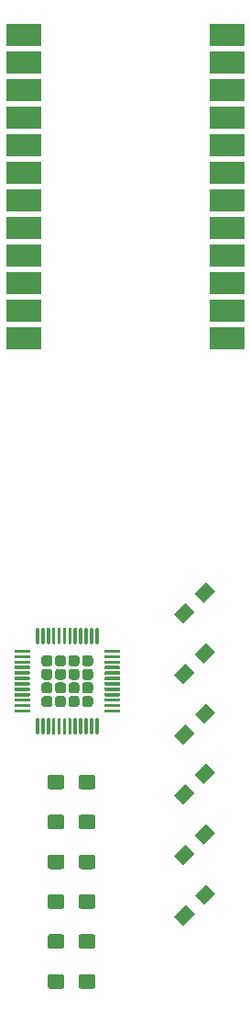
<source format=gbr>
G04 #@! TF.GenerationSoftware,KiCad,Pcbnew,(5.1.6)-1*
G04 #@! TF.CreationDate,2020-09-20T11:30:11-07:00*
G04 #@! TF.ProjectId,ortho_half,6f727468-6f5f-4686-916c-662e6b696361,rev?*
G04 #@! TF.SameCoordinates,Original*
G04 #@! TF.FileFunction,Paste,Top*
G04 #@! TF.FilePolarity,Positive*
%FSLAX46Y46*%
G04 Gerber Fmt 4.6, Leading zero omitted, Abs format (unit mm)*
G04 Created by KiCad (PCBNEW (5.1.6)-1) date 2020-09-20 11:30:11*
%MOMM*%
%LPD*%
G01*
G04 APERTURE LIST*
%ADD10R,3.250000X2.000000*%
%ADD11C,0.100000*%
G04 APERTURE END LIST*
D10*
X151485600Y-19685000D03*
X151485600Y-22225000D03*
X151485600Y-24765000D03*
X151485600Y-27305000D03*
X151485600Y-29845000D03*
X151485600Y-32385000D03*
X151485600Y-34925000D03*
X151485600Y-37465000D03*
X151485600Y-40005000D03*
X151485600Y-42545000D03*
X151485600Y-45085000D03*
X151485600Y-47625000D03*
X132689600Y-47625000D03*
X132689600Y-45085000D03*
X132689600Y-42545000D03*
X132689600Y-40005000D03*
X132689600Y-37465000D03*
X132689600Y-34925000D03*
X132689600Y-32385000D03*
X132689600Y-29845000D03*
X132689600Y-27305000D03*
X132689600Y-24765000D03*
X132689600Y-22225000D03*
X132689600Y-19685000D03*
G36*
G01*
X137771201Y-99909842D02*
X137771201Y-99059840D01*
G75*
G02*
X138021200Y-98809841I249999J0D01*
G01*
X139096202Y-98809841D01*
G75*
G02*
X139346201Y-99059840I0J-249999D01*
G01*
X139346201Y-99909842D01*
G75*
G02*
X139096202Y-100159841I-249999J0D01*
G01*
X138021200Y-100159841D01*
G75*
G02*
X137771201Y-99909842I0J249999D01*
G01*
G37*
G36*
G01*
X134896201Y-99909842D02*
X134896201Y-99059840D01*
G75*
G02*
X135146200Y-98809841I249999J0D01*
G01*
X136221202Y-98809841D01*
G75*
G02*
X136471201Y-99059840I0J-249999D01*
G01*
X136471201Y-99909842D01*
G75*
G02*
X136221202Y-100159841I-249999J0D01*
G01*
X135146200Y-100159841D01*
G75*
G02*
X134896201Y-99909842I0J249999D01*
G01*
G37*
G36*
G01*
X137771201Y-103582522D02*
X137771201Y-102732520D01*
G75*
G02*
X138021200Y-102482521I249999J0D01*
G01*
X139096202Y-102482521D01*
G75*
G02*
X139346201Y-102732520I0J-249999D01*
G01*
X139346201Y-103582522D01*
G75*
G02*
X139096202Y-103832521I-249999J0D01*
G01*
X138021200Y-103832521D01*
G75*
G02*
X137771201Y-103582522I0J249999D01*
G01*
G37*
G36*
G01*
X134896201Y-103582522D02*
X134896201Y-102732520D01*
G75*
G02*
X135146200Y-102482521I249999J0D01*
G01*
X136221202Y-102482521D01*
G75*
G02*
X136471201Y-102732520I0J-249999D01*
G01*
X136471201Y-103582522D01*
G75*
G02*
X136221202Y-103832521I-249999J0D01*
G01*
X135146200Y-103832521D01*
G75*
G02*
X134896201Y-103582522I0J249999D01*
G01*
G37*
G36*
G01*
X137771201Y-88891802D02*
X137771201Y-88041800D01*
G75*
G02*
X138021200Y-87791801I249999J0D01*
G01*
X139096202Y-87791801D01*
G75*
G02*
X139346201Y-88041800I0J-249999D01*
G01*
X139346201Y-88891802D01*
G75*
G02*
X139096202Y-89141801I-249999J0D01*
G01*
X138021200Y-89141801D01*
G75*
G02*
X137771201Y-88891802I0J249999D01*
G01*
G37*
G36*
G01*
X134896201Y-88891802D02*
X134896201Y-88041800D01*
G75*
G02*
X135146200Y-87791801I249999J0D01*
G01*
X136221202Y-87791801D01*
G75*
G02*
X136471201Y-88041800I0J-249999D01*
G01*
X136471201Y-88891802D01*
G75*
G02*
X136221202Y-89141801I-249999J0D01*
G01*
X135146200Y-89141801D01*
G75*
G02*
X134896201Y-88891802I0J249999D01*
G01*
G37*
G36*
G01*
X137771201Y-92564482D02*
X137771201Y-91714480D01*
G75*
G02*
X138021200Y-91464481I249999J0D01*
G01*
X139096202Y-91464481D01*
G75*
G02*
X139346201Y-91714480I0J-249999D01*
G01*
X139346201Y-92564482D01*
G75*
G02*
X139096202Y-92814481I-249999J0D01*
G01*
X138021200Y-92814481D01*
G75*
G02*
X137771201Y-92564482I0J249999D01*
G01*
G37*
G36*
G01*
X134896201Y-92564482D02*
X134896201Y-91714480D01*
G75*
G02*
X135146200Y-91464481I249999J0D01*
G01*
X136221202Y-91464481D01*
G75*
G02*
X136471201Y-91714480I0J-249999D01*
G01*
X136471201Y-92564482D01*
G75*
G02*
X136221202Y-92814481I-249999J0D01*
G01*
X135146200Y-92814481D01*
G75*
G02*
X134896201Y-92564482I0J249999D01*
G01*
G37*
G36*
G01*
X137771201Y-107255202D02*
X137771201Y-106405200D01*
G75*
G02*
X138021200Y-106155201I249999J0D01*
G01*
X139096202Y-106155201D01*
G75*
G02*
X139346201Y-106405200I0J-249999D01*
G01*
X139346201Y-107255202D01*
G75*
G02*
X139096202Y-107505201I-249999J0D01*
G01*
X138021200Y-107505201D01*
G75*
G02*
X137771201Y-107255202I0J249999D01*
G01*
G37*
G36*
G01*
X134896201Y-107255202D02*
X134896201Y-106405200D01*
G75*
G02*
X135146200Y-106155201I249999J0D01*
G01*
X136221202Y-106155201D01*
G75*
G02*
X136471201Y-106405200I0J-249999D01*
G01*
X136471201Y-107255202D01*
G75*
G02*
X136221202Y-107505201I-249999J0D01*
G01*
X135146200Y-107505201D01*
G75*
G02*
X134896201Y-107255202I0J249999D01*
G01*
G37*
G36*
G01*
X137771201Y-96237162D02*
X137771201Y-95387160D01*
G75*
G02*
X138021200Y-95137161I249999J0D01*
G01*
X139096202Y-95137161D01*
G75*
G02*
X139346201Y-95387160I0J-249999D01*
G01*
X139346201Y-96237162D01*
G75*
G02*
X139096202Y-96487161I-249999J0D01*
G01*
X138021200Y-96487161D01*
G75*
G02*
X137771201Y-96237162I0J249999D01*
G01*
G37*
G36*
G01*
X134896201Y-96237162D02*
X134896201Y-95387160D01*
G75*
G02*
X135146200Y-95137161I249999J0D01*
G01*
X136221202Y-95137161D01*
G75*
G02*
X136471201Y-95387160I0J-249999D01*
G01*
X136471201Y-96237162D01*
G75*
G02*
X136221202Y-96487161I-249999J0D01*
G01*
X135146200Y-96487161D01*
G75*
G02*
X134896201Y-96237162I0J249999D01*
G01*
G37*
D11*
G36*
X147463373Y-79445155D02*
G01*
X146614845Y-78596627D01*
X147675505Y-77535967D01*
X148524033Y-78384495D01*
X147463373Y-79445155D01*
G37*
G36*
X149372561Y-77535967D02*
G01*
X148524033Y-76687439D01*
X149584693Y-75626779D01*
X150433221Y-76475307D01*
X149372561Y-77535967D01*
G37*
G36*
X147478540Y-85017988D02*
G01*
X146630012Y-84169460D01*
X147690672Y-83108800D01*
X148539200Y-83957328D01*
X147478540Y-85017988D01*
G37*
G36*
X149387728Y-83108800D02*
G01*
X148539200Y-82260272D01*
X149599860Y-81199612D01*
X150448388Y-82048140D01*
X149387728Y-83108800D01*
G37*
G36*
X147478540Y-96143188D02*
G01*
X146630012Y-95294660D01*
X147690672Y-94234000D01*
X148539200Y-95082528D01*
X147478540Y-96143188D01*
G37*
G36*
X149387728Y-94234000D02*
G01*
X148539200Y-93385472D01*
X149599860Y-92324812D01*
X150448388Y-93173340D01*
X149387728Y-94234000D01*
G37*
G36*
X149599860Y-70049012D02*
G01*
X150448388Y-70897540D01*
X149387728Y-71958200D01*
X148539200Y-71109672D01*
X149599860Y-70049012D01*
G37*
G36*
X147690672Y-71958200D02*
G01*
X148539200Y-72806728D01*
X147478540Y-73867388D01*
X146630012Y-73018860D01*
X147690672Y-71958200D01*
G37*
G36*
X147478540Y-90555188D02*
G01*
X146630012Y-89706660D01*
X147690672Y-88646000D01*
X148539200Y-89494528D01*
X147478540Y-90555188D01*
G37*
G36*
X149387728Y-88646000D02*
G01*
X148539200Y-87797472D01*
X149599860Y-86736812D01*
X150448388Y-87585340D01*
X149387728Y-88646000D01*
G37*
G36*
X149584693Y-97877179D02*
G01*
X150433221Y-98725707D01*
X149372561Y-99786367D01*
X148524033Y-98937839D01*
X149584693Y-97877179D01*
G37*
G36*
X147675505Y-99786367D02*
G01*
X148524033Y-100634895D01*
X147463373Y-101695555D01*
X146614845Y-100847027D01*
X147675505Y-99786367D01*
G37*
G36*
G01*
X139403200Y-74271800D02*
X139553200Y-74271800D01*
G75*
G02*
X139628200Y-74346800I0J-75000D01*
G01*
X139628200Y-75671800D01*
G75*
G02*
X139553200Y-75746800I-75000J0D01*
G01*
X139403200Y-75746800D01*
G75*
G02*
X139328200Y-75671800I0J75000D01*
G01*
X139328200Y-74346800D01*
G75*
G02*
X139403200Y-74271800I75000J0D01*
G01*
G37*
G36*
G01*
X138903200Y-74271800D02*
X139053200Y-74271800D01*
G75*
G02*
X139128200Y-74346800I0J-75000D01*
G01*
X139128200Y-75671800D01*
G75*
G02*
X139053200Y-75746800I-75000J0D01*
G01*
X138903200Y-75746800D01*
G75*
G02*
X138828200Y-75671800I0J75000D01*
G01*
X138828200Y-74346800D01*
G75*
G02*
X138903200Y-74271800I75000J0D01*
G01*
G37*
G36*
G01*
X138403200Y-74271800D02*
X138553200Y-74271800D01*
G75*
G02*
X138628200Y-74346800I0J-75000D01*
G01*
X138628200Y-75671800D01*
G75*
G02*
X138553200Y-75746800I-75000J0D01*
G01*
X138403200Y-75746800D01*
G75*
G02*
X138328200Y-75671800I0J75000D01*
G01*
X138328200Y-74346800D01*
G75*
G02*
X138403200Y-74271800I75000J0D01*
G01*
G37*
G36*
G01*
X137903200Y-74271800D02*
X138053200Y-74271800D01*
G75*
G02*
X138128200Y-74346800I0J-75000D01*
G01*
X138128200Y-75671800D01*
G75*
G02*
X138053200Y-75746800I-75000J0D01*
G01*
X137903200Y-75746800D01*
G75*
G02*
X137828200Y-75671800I0J75000D01*
G01*
X137828200Y-74346800D01*
G75*
G02*
X137903200Y-74271800I75000J0D01*
G01*
G37*
G36*
G01*
X137403200Y-74271800D02*
X137553200Y-74271800D01*
G75*
G02*
X137628200Y-74346800I0J-75000D01*
G01*
X137628200Y-75671800D01*
G75*
G02*
X137553200Y-75746800I-75000J0D01*
G01*
X137403200Y-75746800D01*
G75*
G02*
X137328200Y-75671800I0J75000D01*
G01*
X137328200Y-74346800D01*
G75*
G02*
X137403200Y-74271800I75000J0D01*
G01*
G37*
G36*
G01*
X136903200Y-74271800D02*
X137053200Y-74271800D01*
G75*
G02*
X137128200Y-74346800I0J-75000D01*
G01*
X137128200Y-75671800D01*
G75*
G02*
X137053200Y-75746800I-75000J0D01*
G01*
X136903200Y-75746800D01*
G75*
G02*
X136828200Y-75671800I0J75000D01*
G01*
X136828200Y-74346800D01*
G75*
G02*
X136903200Y-74271800I75000J0D01*
G01*
G37*
G36*
G01*
X136403200Y-74271800D02*
X136553200Y-74271800D01*
G75*
G02*
X136628200Y-74346800I0J-75000D01*
G01*
X136628200Y-75671800D01*
G75*
G02*
X136553200Y-75746800I-75000J0D01*
G01*
X136403200Y-75746800D01*
G75*
G02*
X136328200Y-75671800I0J75000D01*
G01*
X136328200Y-74346800D01*
G75*
G02*
X136403200Y-74271800I75000J0D01*
G01*
G37*
G36*
G01*
X135903200Y-74271800D02*
X136053200Y-74271800D01*
G75*
G02*
X136128200Y-74346800I0J-75000D01*
G01*
X136128200Y-75671800D01*
G75*
G02*
X136053200Y-75746800I-75000J0D01*
G01*
X135903200Y-75746800D01*
G75*
G02*
X135828200Y-75671800I0J75000D01*
G01*
X135828200Y-74346800D01*
G75*
G02*
X135903200Y-74271800I75000J0D01*
G01*
G37*
G36*
G01*
X135403200Y-74271800D02*
X135553200Y-74271800D01*
G75*
G02*
X135628200Y-74346800I0J-75000D01*
G01*
X135628200Y-75671800D01*
G75*
G02*
X135553200Y-75746800I-75000J0D01*
G01*
X135403200Y-75746800D01*
G75*
G02*
X135328200Y-75671800I0J75000D01*
G01*
X135328200Y-74346800D01*
G75*
G02*
X135403200Y-74271800I75000J0D01*
G01*
G37*
G36*
G01*
X134903200Y-74271800D02*
X135053200Y-74271800D01*
G75*
G02*
X135128200Y-74346800I0J-75000D01*
G01*
X135128200Y-75671800D01*
G75*
G02*
X135053200Y-75746800I-75000J0D01*
G01*
X134903200Y-75746800D01*
G75*
G02*
X134828200Y-75671800I0J75000D01*
G01*
X134828200Y-74346800D01*
G75*
G02*
X134903200Y-74271800I75000J0D01*
G01*
G37*
G36*
G01*
X134403200Y-74271800D02*
X134553200Y-74271800D01*
G75*
G02*
X134628200Y-74346800I0J-75000D01*
G01*
X134628200Y-75671800D01*
G75*
G02*
X134553200Y-75746800I-75000J0D01*
G01*
X134403200Y-75746800D01*
G75*
G02*
X134328200Y-75671800I0J75000D01*
G01*
X134328200Y-74346800D01*
G75*
G02*
X134403200Y-74271800I75000J0D01*
G01*
G37*
G36*
G01*
X133903200Y-74271800D02*
X134053200Y-74271800D01*
G75*
G02*
X134128200Y-74346800I0J-75000D01*
G01*
X134128200Y-75671800D01*
G75*
G02*
X134053200Y-75746800I-75000J0D01*
G01*
X133903200Y-75746800D01*
G75*
G02*
X133828200Y-75671800I0J75000D01*
G01*
X133828200Y-74346800D01*
G75*
G02*
X133903200Y-74271800I75000J0D01*
G01*
G37*
G36*
G01*
X131903200Y-76271800D02*
X133228200Y-76271800D01*
G75*
G02*
X133303200Y-76346800I0J-75000D01*
G01*
X133303200Y-76496800D01*
G75*
G02*
X133228200Y-76571800I-75000J0D01*
G01*
X131903200Y-76571800D01*
G75*
G02*
X131828200Y-76496800I0J75000D01*
G01*
X131828200Y-76346800D01*
G75*
G02*
X131903200Y-76271800I75000J0D01*
G01*
G37*
G36*
G01*
X131903200Y-76771800D02*
X133228200Y-76771800D01*
G75*
G02*
X133303200Y-76846800I0J-75000D01*
G01*
X133303200Y-76996800D01*
G75*
G02*
X133228200Y-77071800I-75000J0D01*
G01*
X131903200Y-77071800D01*
G75*
G02*
X131828200Y-76996800I0J75000D01*
G01*
X131828200Y-76846800D01*
G75*
G02*
X131903200Y-76771800I75000J0D01*
G01*
G37*
G36*
G01*
X131903200Y-77271800D02*
X133228200Y-77271800D01*
G75*
G02*
X133303200Y-77346800I0J-75000D01*
G01*
X133303200Y-77496800D01*
G75*
G02*
X133228200Y-77571800I-75000J0D01*
G01*
X131903200Y-77571800D01*
G75*
G02*
X131828200Y-77496800I0J75000D01*
G01*
X131828200Y-77346800D01*
G75*
G02*
X131903200Y-77271800I75000J0D01*
G01*
G37*
G36*
G01*
X131903200Y-77771800D02*
X133228200Y-77771800D01*
G75*
G02*
X133303200Y-77846800I0J-75000D01*
G01*
X133303200Y-77996800D01*
G75*
G02*
X133228200Y-78071800I-75000J0D01*
G01*
X131903200Y-78071800D01*
G75*
G02*
X131828200Y-77996800I0J75000D01*
G01*
X131828200Y-77846800D01*
G75*
G02*
X131903200Y-77771800I75000J0D01*
G01*
G37*
G36*
G01*
X131903200Y-78271800D02*
X133228200Y-78271800D01*
G75*
G02*
X133303200Y-78346800I0J-75000D01*
G01*
X133303200Y-78496800D01*
G75*
G02*
X133228200Y-78571800I-75000J0D01*
G01*
X131903200Y-78571800D01*
G75*
G02*
X131828200Y-78496800I0J75000D01*
G01*
X131828200Y-78346800D01*
G75*
G02*
X131903200Y-78271800I75000J0D01*
G01*
G37*
G36*
G01*
X131903200Y-78771800D02*
X133228200Y-78771800D01*
G75*
G02*
X133303200Y-78846800I0J-75000D01*
G01*
X133303200Y-78996800D01*
G75*
G02*
X133228200Y-79071800I-75000J0D01*
G01*
X131903200Y-79071800D01*
G75*
G02*
X131828200Y-78996800I0J75000D01*
G01*
X131828200Y-78846800D01*
G75*
G02*
X131903200Y-78771800I75000J0D01*
G01*
G37*
G36*
G01*
X131903200Y-79271800D02*
X133228200Y-79271800D01*
G75*
G02*
X133303200Y-79346800I0J-75000D01*
G01*
X133303200Y-79496800D01*
G75*
G02*
X133228200Y-79571800I-75000J0D01*
G01*
X131903200Y-79571800D01*
G75*
G02*
X131828200Y-79496800I0J75000D01*
G01*
X131828200Y-79346800D01*
G75*
G02*
X131903200Y-79271800I75000J0D01*
G01*
G37*
G36*
G01*
X131903200Y-79771800D02*
X133228200Y-79771800D01*
G75*
G02*
X133303200Y-79846800I0J-75000D01*
G01*
X133303200Y-79996800D01*
G75*
G02*
X133228200Y-80071800I-75000J0D01*
G01*
X131903200Y-80071800D01*
G75*
G02*
X131828200Y-79996800I0J75000D01*
G01*
X131828200Y-79846800D01*
G75*
G02*
X131903200Y-79771800I75000J0D01*
G01*
G37*
G36*
G01*
X131903200Y-80271800D02*
X133228200Y-80271800D01*
G75*
G02*
X133303200Y-80346800I0J-75000D01*
G01*
X133303200Y-80496800D01*
G75*
G02*
X133228200Y-80571800I-75000J0D01*
G01*
X131903200Y-80571800D01*
G75*
G02*
X131828200Y-80496800I0J75000D01*
G01*
X131828200Y-80346800D01*
G75*
G02*
X131903200Y-80271800I75000J0D01*
G01*
G37*
G36*
G01*
X131903200Y-80771800D02*
X133228200Y-80771800D01*
G75*
G02*
X133303200Y-80846800I0J-75000D01*
G01*
X133303200Y-80996800D01*
G75*
G02*
X133228200Y-81071800I-75000J0D01*
G01*
X131903200Y-81071800D01*
G75*
G02*
X131828200Y-80996800I0J75000D01*
G01*
X131828200Y-80846800D01*
G75*
G02*
X131903200Y-80771800I75000J0D01*
G01*
G37*
G36*
G01*
X131903200Y-81271800D02*
X133228200Y-81271800D01*
G75*
G02*
X133303200Y-81346800I0J-75000D01*
G01*
X133303200Y-81496800D01*
G75*
G02*
X133228200Y-81571800I-75000J0D01*
G01*
X131903200Y-81571800D01*
G75*
G02*
X131828200Y-81496800I0J75000D01*
G01*
X131828200Y-81346800D01*
G75*
G02*
X131903200Y-81271800I75000J0D01*
G01*
G37*
G36*
G01*
X131903200Y-81771800D02*
X133228200Y-81771800D01*
G75*
G02*
X133303200Y-81846800I0J-75000D01*
G01*
X133303200Y-81996800D01*
G75*
G02*
X133228200Y-82071800I-75000J0D01*
G01*
X131903200Y-82071800D01*
G75*
G02*
X131828200Y-81996800I0J75000D01*
G01*
X131828200Y-81846800D01*
G75*
G02*
X131903200Y-81771800I75000J0D01*
G01*
G37*
G36*
G01*
X133903200Y-82596800D02*
X134053200Y-82596800D01*
G75*
G02*
X134128200Y-82671800I0J-75000D01*
G01*
X134128200Y-83996800D01*
G75*
G02*
X134053200Y-84071800I-75000J0D01*
G01*
X133903200Y-84071800D01*
G75*
G02*
X133828200Y-83996800I0J75000D01*
G01*
X133828200Y-82671800D01*
G75*
G02*
X133903200Y-82596800I75000J0D01*
G01*
G37*
G36*
G01*
X134403200Y-82596800D02*
X134553200Y-82596800D01*
G75*
G02*
X134628200Y-82671800I0J-75000D01*
G01*
X134628200Y-83996800D01*
G75*
G02*
X134553200Y-84071800I-75000J0D01*
G01*
X134403200Y-84071800D01*
G75*
G02*
X134328200Y-83996800I0J75000D01*
G01*
X134328200Y-82671800D01*
G75*
G02*
X134403200Y-82596800I75000J0D01*
G01*
G37*
G36*
G01*
X134903200Y-82596800D02*
X135053200Y-82596800D01*
G75*
G02*
X135128200Y-82671800I0J-75000D01*
G01*
X135128200Y-83996800D01*
G75*
G02*
X135053200Y-84071800I-75000J0D01*
G01*
X134903200Y-84071800D01*
G75*
G02*
X134828200Y-83996800I0J75000D01*
G01*
X134828200Y-82671800D01*
G75*
G02*
X134903200Y-82596800I75000J0D01*
G01*
G37*
G36*
G01*
X135403200Y-82596800D02*
X135553200Y-82596800D01*
G75*
G02*
X135628200Y-82671800I0J-75000D01*
G01*
X135628200Y-83996800D01*
G75*
G02*
X135553200Y-84071800I-75000J0D01*
G01*
X135403200Y-84071800D01*
G75*
G02*
X135328200Y-83996800I0J75000D01*
G01*
X135328200Y-82671800D01*
G75*
G02*
X135403200Y-82596800I75000J0D01*
G01*
G37*
G36*
G01*
X135903200Y-82596800D02*
X136053200Y-82596800D01*
G75*
G02*
X136128200Y-82671800I0J-75000D01*
G01*
X136128200Y-83996800D01*
G75*
G02*
X136053200Y-84071800I-75000J0D01*
G01*
X135903200Y-84071800D01*
G75*
G02*
X135828200Y-83996800I0J75000D01*
G01*
X135828200Y-82671800D01*
G75*
G02*
X135903200Y-82596800I75000J0D01*
G01*
G37*
G36*
G01*
X136403200Y-82596800D02*
X136553200Y-82596800D01*
G75*
G02*
X136628200Y-82671800I0J-75000D01*
G01*
X136628200Y-83996800D01*
G75*
G02*
X136553200Y-84071800I-75000J0D01*
G01*
X136403200Y-84071800D01*
G75*
G02*
X136328200Y-83996800I0J75000D01*
G01*
X136328200Y-82671800D01*
G75*
G02*
X136403200Y-82596800I75000J0D01*
G01*
G37*
G36*
G01*
X136903200Y-82596800D02*
X137053200Y-82596800D01*
G75*
G02*
X137128200Y-82671800I0J-75000D01*
G01*
X137128200Y-83996800D01*
G75*
G02*
X137053200Y-84071800I-75000J0D01*
G01*
X136903200Y-84071800D01*
G75*
G02*
X136828200Y-83996800I0J75000D01*
G01*
X136828200Y-82671800D01*
G75*
G02*
X136903200Y-82596800I75000J0D01*
G01*
G37*
G36*
G01*
X137403200Y-82596800D02*
X137553200Y-82596800D01*
G75*
G02*
X137628200Y-82671800I0J-75000D01*
G01*
X137628200Y-83996800D01*
G75*
G02*
X137553200Y-84071800I-75000J0D01*
G01*
X137403200Y-84071800D01*
G75*
G02*
X137328200Y-83996800I0J75000D01*
G01*
X137328200Y-82671800D01*
G75*
G02*
X137403200Y-82596800I75000J0D01*
G01*
G37*
G36*
G01*
X137903200Y-82596800D02*
X138053200Y-82596800D01*
G75*
G02*
X138128200Y-82671800I0J-75000D01*
G01*
X138128200Y-83996800D01*
G75*
G02*
X138053200Y-84071800I-75000J0D01*
G01*
X137903200Y-84071800D01*
G75*
G02*
X137828200Y-83996800I0J75000D01*
G01*
X137828200Y-82671800D01*
G75*
G02*
X137903200Y-82596800I75000J0D01*
G01*
G37*
G36*
G01*
X138403200Y-82596800D02*
X138553200Y-82596800D01*
G75*
G02*
X138628200Y-82671800I0J-75000D01*
G01*
X138628200Y-83996800D01*
G75*
G02*
X138553200Y-84071800I-75000J0D01*
G01*
X138403200Y-84071800D01*
G75*
G02*
X138328200Y-83996800I0J75000D01*
G01*
X138328200Y-82671800D01*
G75*
G02*
X138403200Y-82596800I75000J0D01*
G01*
G37*
G36*
G01*
X138903200Y-82596800D02*
X139053200Y-82596800D01*
G75*
G02*
X139128200Y-82671800I0J-75000D01*
G01*
X139128200Y-83996800D01*
G75*
G02*
X139053200Y-84071800I-75000J0D01*
G01*
X138903200Y-84071800D01*
G75*
G02*
X138828200Y-83996800I0J75000D01*
G01*
X138828200Y-82671800D01*
G75*
G02*
X138903200Y-82596800I75000J0D01*
G01*
G37*
G36*
G01*
X139403200Y-82596800D02*
X139553200Y-82596800D01*
G75*
G02*
X139628200Y-82671800I0J-75000D01*
G01*
X139628200Y-83996800D01*
G75*
G02*
X139553200Y-84071800I-75000J0D01*
G01*
X139403200Y-84071800D01*
G75*
G02*
X139328200Y-83996800I0J75000D01*
G01*
X139328200Y-82671800D01*
G75*
G02*
X139403200Y-82596800I75000J0D01*
G01*
G37*
G36*
G01*
X140228200Y-81771800D02*
X141553200Y-81771800D01*
G75*
G02*
X141628200Y-81846800I0J-75000D01*
G01*
X141628200Y-81996800D01*
G75*
G02*
X141553200Y-82071800I-75000J0D01*
G01*
X140228200Y-82071800D01*
G75*
G02*
X140153200Y-81996800I0J75000D01*
G01*
X140153200Y-81846800D01*
G75*
G02*
X140228200Y-81771800I75000J0D01*
G01*
G37*
G36*
G01*
X140228200Y-81271800D02*
X141553200Y-81271800D01*
G75*
G02*
X141628200Y-81346800I0J-75000D01*
G01*
X141628200Y-81496800D01*
G75*
G02*
X141553200Y-81571800I-75000J0D01*
G01*
X140228200Y-81571800D01*
G75*
G02*
X140153200Y-81496800I0J75000D01*
G01*
X140153200Y-81346800D01*
G75*
G02*
X140228200Y-81271800I75000J0D01*
G01*
G37*
G36*
G01*
X140228200Y-80771800D02*
X141553200Y-80771800D01*
G75*
G02*
X141628200Y-80846800I0J-75000D01*
G01*
X141628200Y-80996800D01*
G75*
G02*
X141553200Y-81071800I-75000J0D01*
G01*
X140228200Y-81071800D01*
G75*
G02*
X140153200Y-80996800I0J75000D01*
G01*
X140153200Y-80846800D01*
G75*
G02*
X140228200Y-80771800I75000J0D01*
G01*
G37*
G36*
G01*
X140228200Y-80271800D02*
X141553200Y-80271800D01*
G75*
G02*
X141628200Y-80346800I0J-75000D01*
G01*
X141628200Y-80496800D01*
G75*
G02*
X141553200Y-80571800I-75000J0D01*
G01*
X140228200Y-80571800D01*
G75*
G02*
X140153200Y-80496800I0J75000D01*
G01*
X140153200Y-80346800D01*
G75*
G02*
X140228200Y-80271800I75000J0D01*
G01*
G37*
G36*
G01*
X140228200Y-79771800D02*
X141553200Y-79771800D01*
G75*
G02*
X141628200Y-79846800I0J-75000D01*
G01*
X141628200Y-79996800D01*
G75*
G02*
X141553200Y-80071800I-75000J0D01*
G01*
X140228200Y-80071800D01*
G75*
G02*
X140153200Y-79996800I0J75000D01*
G01*
X140153200Y-79846800D01*
G75*
G02*
X140228200Y-79771800I75000J0D01*
G01*
G37*
G36*
G01*
X140228200Y-79271800D02*
X141553200Y-79271800D01*
G75*
G02*
X141628200Y-79346800I0J-75000D01*
G01*
X141628200Y-79496800D01*
G75*
G02*
X141553200Y-79571800I-75000J0D01*
G01*
X140228200Y-79571800D01*
G75*
G02*
X140153200Y-79496800I0J75000D01*
G01*
X140153200Y-79346800D01*
G75*
G02*
X140228200Y-79271800I75000J0D01*
G01*
G37*
G36*
G01*
X140228200Y-78771800D02*
X141553200Y-78771800D01*
G75*
G02*
X141628200Y-78846800I0J-75000D01*
G01*
X141628200Y-78996800D01*
G75*
G02*
X141553200Y-79071800I-75000J0D01*
G01*
X140228200Y-79071800D01*
G75*
G02*
X140153200Y-78996800I0J75000D01*
G01*
X140153200Y-78846800D01*
G75*
G02*
X140228200Y-78771800I75000J0D01*
G01*
G37*
G36*
G01*
X140228200Y-78271800D02*
X141553200Y-78271800D01*
G75*
G02*
X141628200Y-78346800I0J-75000D01*
G01*
X141628200Y-78496800D01*
G75*
G02*
X141553200Y-78571800I-75000J0D01*
G01*
X140228200Y-78571800D01*
G75*
G02*
X140153200Y-78496800I0J75000D01*
G01*
X140153200Y-78346800D01*
G75*
G02*
X140228200Y-78271800I75000J0D01*
G01*
G37*
G36*
G01*
X140228200Y-77771800D02*
X141553200Y-77771800D01*
G75*
G02*
X141628200Y-77846800I0J-75000D01*
G01*
X141628200Y-77996800D01*
G75*
G02*
X141553200Y-78071800I-75000J0D01*
G01*
X140228200Y-78071800D01*
G75*
G02*
X140153200Y-77996800I0J75000D01*
G01*
X140153200Y-77846800D01*
G75*
G02*
X140228200Y-77771800I75000J0D01*
G01*
G37*
G36*
G01*
X140228200Y-77271800D02*
X141553200Y-77271800D01*
G75*
G02*
X141628200Y-77346800I0J-75000D01*
G01*
X141628200Y-77496800D01*
G75*
G02*
X141553200Y-77571800I-75000J0D01*
G01*
X140228200Y-77571800D01*
G75*
G02*
X140153200Y-77496800I0J75000D01*
G01*
X140153200Y-77346800D01*
G75*
G02*
X140228200Y-77271800I75000J0D01*
G01*
G37*
G36*
G01*
X140228200Y-76771800D02*
X141553200Y-76771800D01*
G75*
G02*
X141628200Y-76846800I0J-75000D01*
G01*
X141628200Y-76996800D01*
G75*
G02*
X141553200Y-77071800I-75000J0D01*
G01*
X140228200Y-77071800D01*
G75*
G02*
X140153200Y-76996800I0J75000D01*
G01*
X140153200Y-76846800D01*
G75*
G02*
X140228200Y-76771800I75000J0D01*
G01*
G37*
G36*
G01*
X140228200Y-76271800D02*
X141553200Y-76271800D01*
G75*
G02*
X141628200Y-76346800I0J-75000D01*
G01*
X141628200Y-76496800D01*
G75*
G02*
X141553200Y-76571800I-75000J0D01*
G01*
X140228200Y-76571800D01*
G75*
G02*
X140153200Y-76496800I0J75000D01*
G01*
X140153200Y-76346800D01*
G75*
G02*
X140228200Y-76271800I75000J0D01*
G01*
G37*
G36*
G01*
X138348200Y-76791800D02*
X138858200Y-76791800D01*
G75*
G02*
X139108200Y-77041800I0J-250000D01*
G01*
X139108200Y-77551800D01*
G75*
G02*
X138858200Y-77801800I-250000J0D01*
G01*
X138348200Y-77801800D01*
G75*
G02*
X138098200Y-77551800I0J250000D01*
G01*
X138098200Y-77041800D01*
G75*
G02*
X138348200Y-76791800I250000J0D01*
G01*
G37*
G36*
G01*
X137098200Y-76791800D02*
X137608200Y-76791800D01*
G75*
G02*
X137858200Y-77041800I0J-250000D01*
G01*
X137858200Y-77551800D01*
G75*
G02*
X137608200Y-77801800I-250000J0D01*
G01*
X137098200Y-77801800D01*
G75*
G02*
X136848200Y-77551800I0J250000D01*
G01*
X136848200Y-77041800D01*
G75*
G02*
X137098200Y-76791800I250000J0D01*
G01*
G37*
G36*
G01*
X135848200Y-76791800D02*
X136358200Y-76791800D01*
G75*
G02*
X136608200Y-77041800I0J-250000D01*
G01*
X136608200Y-77551800D01*
G75*
G02*
X136358200Y-77801800I-250000J0D01*
G01*
X135848200Y-77801800D01*
G75*
G02*
X135598200Y-77551800I0J250000D01*
G01*
X135598200Y-77041800D01*
G75*
G02*
X135848200Y-76791800I250000J0D01*
G01*
G37*
G36*
G01*
X134598200Y-76791800D02*
X135108200Y-76791800D01*
G75*
G02*
X135358200Y-77041800I0J-250000D01*
G01*
X135358200Y-77551800D01*
G75*
G02*
X135108200Y-77801800I-250000J0D01*
G01*
X134598200Y-77801800D01*
G75*
G02*
X134348200Y-77551800I0J250000D01*
G01*
X134348200Y-77041800D01*
G75*
G02*
X134598200Y-76791800I250000J0D01*
G01*
G37*
G36*
G01*
X138348200Y-78041800D02*
X138858200Y-78041800D01*
G75*
G02*
X139108200Y-78291800I0J-250000D01*
G01*
X139108200Y-78801800D01*
G75*
G02*
X138858200Y-79051800I-250000J0D01*
G01*
X138348200Y-79051800D01*
G75*
G02*
X138098200Y-78801800I0J250000D01*
G01*
X138098200Y-78291800D01*
G75*
G02*
X138348200Y-78041800I250000J0D01*
G01*
G37*
G36*
G01*
X137098200Y-78041800D02*
X137608200Y-78041800D01*
G75*
G02*
X137858200Y-78291800I0J-250000D01*
G01*
X137858200Y-78801800D01*
G75*
G02*
X137608200Y-79051800I-250000J0D01*
G01*
X137098200Y-79051800D01*
G75*
G02*
X136848200Y-78801800I0J250000D01*
G01*
X136848200Y-78291800D01*
G75*
G02*
X137098200Y-78041800I250000J0D01*
G01*
G37*
G36*
G01*
X135848200Y-78041800D02*
X136358200Y-78041800D01*
G75*
G02*
X136608200Y-78291800I0J-250000D01*
G01*
X136608200Y-78801800D01*
G75*
G02*
X136358200Y-79051800I-250000J0D01*
G01*
X135848200Y-79051800D01*
G75*
G02*
X135598200Y-78801800I0J250000D01*
G01*
X135598200Y-78291800D01*
G75*
G02*
X135848200Y-78041800I250000J0D01*
G01*
G37*
G36*
G01*
X134598200Y-78041800D02*
X135108200Y-78041800D01*
G75*
G02*
X135358200Y-78291800I0J-250000D01*
G01*
X135358200Y-78801800D01*
G75*
G02*
X135108200Y-79051800I-250000J0D01*
G01*
X134598200Y-79051800D01*
G75*
G02*
X134348200Y-78801800I0J250000D01*
G01*
X134348200Y-78291800D01*
G75*
G02*
X134598200Y-78041800I250000J0D01*
G01*
G37*
G36*
G01*
X138348200Y-79291800D02*
X138858200Y-79291800D01*
G75*
G02*
X139108200Y-79541800I0J-250000D01*
G01*
X139108200Y-80051800D01*
G75*
G02*
X138858200Y-80301800I-250000J0D01*
G01*
X138348200Y-80301800D01*
G75*
G02*
X138098200Y-80051800I0J250000D01*
G01*
X138098200Y-79541800D01*
G75*
G02*
X138348200Y-79291800I250000J0D01*
G01*
G37*
G36*
G01*
X137098200Y-79291800D02*
X137608200Y-79291800D01*
G75*
G02*
X137858200Y-79541800I0J-250000D01*
G01*
X137858200Y-80051800D01*
G75*
G02*
X137608200Y-80301800I-250000J0D01*
G01*
X137098200Y-80301800D01*
G75*
G02*
X136848200Y-80051800I0J250000D01*
G01*
X136848200Y-79541800D01*
G75*
G02*
X137098200Y-79291800I250000J0D01*
G01*
G37*
G36*
G01*
X135848200Y-79291800D02*
X136358200Y-79291800D01*
G75*
G02*
X136608200Y-79541800I0J-250000D01*
G01*
X136608200Y-80051800D01*
G75*
G02*
X136358200Y-80301800I-250000J0D01*
G01*
X135848200Y-80301800D01*
G75*
G02*
X135598200Y-80051800I0J250000D01*
G01*
X135598200Y-79541800D01*
G75*
G02*
X135848200Y-79291800I250000J0D01*
G01*
G37*
G36*
G01*
X134598200Y-79291800D02*
X135108200Y-79291800D01*
G75*
G02*
X135358200Y-79541800I0J-250000D01*
G01*
X135358200Y-80051800D01*
G75*
G02*
X135108200Y-80301800I-250000J0D01*
G01*
X134598200Y-80301800D01*
G75*
G02*
X134348200Y-80051800I0J250000D01*
G01*
X134348200Y-79541800D01*
G75*
G02*
X134598200Y-79291800I250000J0D01*
G01*
G37*
G36*
G01*
X138348200Y-80541800D02*
X138858200Y-80541800D01*
G75*
G02*
X139108200Y-80791800I0J-250000D01*
G01*
X139108200Y-81301800D01*
G75*
G02*
X138858200Y-81551800I-250000J0D01*
G01*
X138348200Y-81551800D01*
G75*
G02*
X138098200Y-81301800I0J250000D01*
G01*
X138098200Y-80791800D01*
G75*
G02*
X138348200Y-80541800I250000J0D01*
G01*
G37*
G36*
G01*
X137098200Y-80541800D02*
X137608200Y-80541800D01*
G75*
G02*
X137858200Y-80791800I0J-250000D01*
G01*
X137858200Y-81301800D01*
G75*
G02*
X137608200Y-81551800I-250000J0D01*
G01*
X137098200Y-81551800D01*
G75*
G02*
X136848200Y-81301800I0J250000D01*
G01*
X136848200Y-80791800D01*
G75*
G02*
X137098200Y-80541800I250000J0D01*
G01*
G37*
G36*
G01*
X135848200Y-80541800D02*
X136358200Y-80541800D01*
G75*
G02*
X136608200Y-80791800I0J-250000D01*
G01*
X136608200Y-81301800D01*
G75*
G02*
X136358200Y-81551800I-250000J0D01*
G01*
X135848200Y-81551800D01*
G75*
G02*
X135598200Y-81301800I0J250000D01*
G01*
X135598200Y-80791800D01*
G75*
G02*
X135848200Y-80541800I250000J0D01*
G01*
G37*
G36*
G01*
X134598200Y-80541800D02*
X135108200Y-80541800D01*
G75*
G02*
X135358200Y-80791800I0J-250000D01*
G01*
X135358200Y-81301800D01*
G75*
G02*
X135108200Y-81551800I-250000J0D01*
G01*
X134598200Y-81551800D01*
G75*
G02*
X134348200Y-81301800I0J250000D01*
G01*
X134348200Y-80791800D01*
G75*
G02*
X134598200Y-80541800I250000J0D01*
G01*
G37*
M02*

</source>
